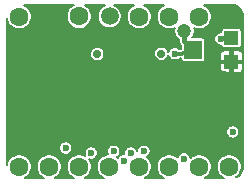
<source format=gtl>
G04 #@! TF.GenerationSoftware,KiCad,Pcbnew,5.1.6-c6e7f7d~87~ubuntu18.04.1*
G04 #@! TF.CreationDate,2020-09-14T18:26:16+02:00*
G04 #@! TF.ProjectId,cooldrv,636f6f6c-6472-4762-9e6b-696361645f70,rev?*
G04 #@! TF.SameCoordinates,Original*
G04 #@! TF.FileFunction,Copper,L1,Top*
G04 #@! TF.FilePolarity,Positive*
%FSLAX46Y46*%
G04 Gerber Fmt 4.6, Leading zero omitted, Abs format (unit mm)*
G04 Created by KiCad (PCBNEW 5.1.6-c6e7f7d~87~ubuntu18.04.1) date 2020-09-14 18:26:16*
%MOMM*%
%LPD*%
G01*
G04 APERTURE LIST*
G04 #@! TA.AperFunction,ComponentPad*
%ADD10C,0.609600*%
G04 #@! TD*
G04 #@! TA.AperFunction,SMDPad,CuDef*
%ADD11R,1.500000X1.600000*%
G04 #@! TD*
G04 #@! TA.AperFunction,SMDPad,CuDef*
%ADD12R,1.200000X1.200000*%
G04 #@! TD*
G04 #@! TA.AperFunction,ViaPad*
%ADD13C,1.600000*%
G04 #@! TD*
G04 #@! TA.AperFunction,ViaPad*
%ADD14C,0.600000*%
G04 #@! TD*
G04 #@! TA.AperFunction,ViaPad*
%ADD15C,0.700000*%
G04 #@! TD*
G04 #@! TA.AperFunction,ViaPad*
%ADD16C,1.200000*%
G04 #@! TD*
G04 #@! TA.AperFunction,ViaPad*
%ADD17C,1.500000*%
G04 #@! TD*
G04 #@! TA.AperFunction,Conductor*
%ADD18C,0.304800*%
G04 #@! TD*
G04 #@! TA.AperFunction,Conductor*
%ADD19C,0.406400*%
G04 #@! TD*
G04 #@! TA.AperFunction,Conductor*
%ADD20C,0.127000*%
G04 #@! TD*
G04 APERTURE END LIST*
D10*
G04 #@! TO.P,U$1,T20*
G04 #@! TO.N,/GND*
X152588600Y-107263600D03*
G04 #@! TO.P,U$1,T19*
X152588600Y-105963600D03*
G04 #@! TO.P,U$1,T18*
X152588600Y-104663600D03*
G04 #@! TO.P,U$1,T15*
X151288600Y-104663600D03*
G04 #@! TO.P,U$1,T16*
X151288600Y-105963600D03*
G04 #@! TO.P,U$1,T17*
X151288600Y-107263600D03*
G04 #@! TO.P,U$1,T14*
X149988600Y-107263600D03*
G04 #@! TO.P,U$1,T13*
X149988600Y-105963600D03*
G04 #@! TO.P,U$1,T12*
X149988600Y-104663600D03*
G04 #@! TO.P,U$1,T0*
X144788600Y-104663600D03*
G04 #@! TO.P,U$1,T2*
X144788600Y-107263600D03*
G04 #@! TO.P,U$1,T1*
X144788600Y-105963600D03*
G04 #@! TO.P,U$1,T3*
X146088600Y-104663600D03*
G04 #@! TO.P,U$1,T5*
X146088600Y-107263600D03*
G04 #@! TO.P,U$1,T4*
X146088600Y-105963600D03*
G04 #@! TO.P,U$1,T6*
X147388600Y-104663600D03*
G04 #@! TO.P,U$1,T8*
X147388600Y-107263600D03*
G04 #@! TO.P,U$1,T7*
X147388600Y-105963600D03*
G04 #@! TO.P,U$1,T9*
X148688600Y-104663600D03*
G04 #@! TO.P,U$1,T11*
X148688600Y-107263600D03*
G04 #@! TO.P,U$1,T10*
X148688600Y-105963600D03*
G04 #@! TD*
D11*
G04 #@! TO.P,U$2,P$3*
G04 #@! TO.N,Net-(U$1-PadP$12)*
X154268600Y-101473600D03*
D12*
G04 #@! TO.P,U$2,P$2*
G04 #@! TO.N,/GND*
X157518600Y-102473600D03*
G04 #@! TO.P,U$2,P$1*
G04 #@! TO.N,Net-(R5-Pad2)*
X157518600Y-100473600D03*
G04 #@! TD*
D13*
G04 #@! TO.N,Net-(U$1-PadP$27)*
X152248600Y-111363600D03*
D14*
X143478600Y-109793600D03*
D13*
G04 #@! TO.N,Net-(U$1-PadP$10)*
X152248600Y-98663600D03*
G04 #@! TO.N,Net-(U$1-PadP$8)*
X149708600Y-98663600D03*
G04 #@! TO.N,Net-(U$1-PadP$21)*
X139548600Y-111363600D03*
G04 #@! TO.N,Net-(U$1-PadP$24)*
X142088600Y-111363600D03*
G04 #@! TO.N,NC*
X154788600Y-98663600D03*
G04 #@! TO.N,Net-(U$1-PadP$25)*
X144628600Y-111363600D03*
G04 #@! TO.N,/GND*
X142088600Y-98663600D03*
D14*
X139773600Y-106863600D03*
X139773600Y-106263600D03*
X140373600Y-106863600D03*
X140373600Y-106263600D03*
X140973600Y-106863600D03*
X140973600Y-106263600D03*
X141573600Y-106263600D03*
X141573600Y-106863600D03*
X142173600Y-106863600D03*
X142173600Y-106263600D03*
X142773600Y-106863600D03*
X142773600Y-106263600D03*
X143373600Y-106863600D03*
X143373600Y-106263600D03*
X153908600Y-103168600D03*
X154508600Y-103168600D03*
X153908600Y-103768600D03*
X154508600Y-103768600D03*
X154508600Y-104368600D03*
X153908600Y-104368600D03*
X156188600Y-102458600D03*
X155108600Y-104368600D03*
X155108600Y-103768600D03*
X155108600Y-103168600D03*
X143373600Y-105663600D03*
X142773600Y-105663600D03*
X142173600Y-105663600D03*
X141573600Y-105663600D03*
X140973600Y-105663600D03*
X140373600Y-105663600D03*
X139773600Y-105663600D03*
X139448600Y-107808600D03*
X140048600Y-107808600D03*
X139448600Y-108408600D03*
X140048600Y-108408600D03*
X139448600Y-109008600D03*
X140048600Y-109008600D03*
X141488600Y-107648600D03*
X140888600Y-107648600D03*
X140888600Y-108248600D03*
X141488600Y-108248600D03*
X153808600Y-105068600D03*
X154408600Y-105068600D03*
X153808600Y-105668600D03*
X156828600Y-104808600D03*
X155708600Y-103168600D03*
X156308600Y-103168600D03*
X155708600Y-103768600D03*
X156308600Y-103768600D03*
X156308600Y-104368600D03*
X155708600Y-104368600D03*
X139153600Y-106923600D03*
X140593600Y-108783600D03*
X139213600Y-105023600D03*
X156848600Y-104148600D03*
X155008600Y-105068600D03*
X142088600Y-108248600D03*
X142088600Y-107648600D03*
X140708600Y-104988600D03*
X140708600Y-104388600D03*
X141308600Y-104388600D03*
X141308600Y-104988600D03*
X142688600Y-107648600D03*
X142688600Y-108248600D03*
X155608600Y-105068600D03*
X155608600Y-105668600D03*
X139553600Y-104463600D03*
X153673600Y-107083600D03*
X139153600Y-106283600D03*
X139193600Y-105683600D03*
X143073600Y-108883600D03*
X140033600Y-105043600D03*
X140588600Y-109448600D03*
X156208600Y-105068600D03*
X143288600Y-108248600D03*
X143288600Y-107648600D03*
X141908600Y-104988600D03*
X141908600Y-104388600D03*
X155588600Y-102458600D03*
X153788600Y-106388600D03*
X156868600Y-103548600D03*
X141228600Y-109128600D03*
X141828600Y-109128600D03*
X142428600Y-109128600D03*
D13*
X157328600Y-98663600D03*
G04 #@! TO.N,Net-(U$1-PadP$22)*
X154788600Y-111363600D03*
G04 #@! TO.N,Net-(U$1-PadP$20)*
X157328600Y-111363600D03*
G04 #@! TO.N,Net-(U$1-PadP$26)*
X147168600Y-111363600D03*
G04 #@! TO.N,Net-(U$1-PadP$18)*
X149708600Y-111363600D03*
G04 #@! TO.N,Net-(C1-Pad2)*
X139548600Y-98663600D03*
D15*
X151563600Y-101808600D03*
X146148600Y-101833600D03*
D14*
X157618600Y-108433600D03*
G04 #@! TO.N,Net-(U$1-PadP$12)*
X152713600Y-101803600D03*
D16*
X153538596Y-99853600D03*
D14*
G04 #@! TO.N,Net-(R5-Pad2)*
X156618600Y-100553600D03*
G04 #@! TO.N,Net-(U$1-PadP$26)*
X145650000Y-110200000D03*
G04 #@! TO.N,Net-(U$1-PadP$24)*
X147548026Y-110063372D03*
G04 #@! TO.N,Net-(U$1-PadP$22)*
X148400000Y-110850000D03*
G04 #@! TO.N,Net-(U$1-PadP$21)*
X148988593Y-110208173D03*
G04 #@! TO.N,Net-(U$1-PadP$20)*
X153500000Y-110700000D03*
X150098772Y-110059394D03*
D17*
G04 #@! TO.N,Net-(U$1-PadP$7)*
X147202662Y-98629538D03*
D13*
G04 #@! TO.N,Net-(U$1-PadP$5)*
X144628600Y-98645190D03*
G04 #@! TD*
D18*
G04 #@! TO.N,Net-(U$1-PadP$12)*
X152713600Y-101803600D02*
X153968600Y-101773600D01*
X153968600Y-101773600D02*
X154268600Y-101473600D01*
D19*
X153538596Y-100743596D02*
X153538596Y-99853600D01*
X154268600Y-101473600D02*
X153538596Y-100743596D01*
D18*
G04 #@! TO.N,Net-(R5-Pad2)*
X157518600Y-100473600D02*
X156698600Y-100473600D01*
X156698600Y-100473600D02*
X156618600Y-100553600D01*
G04 #@! TD*
D20*
G04 #@! TO.N,/GND*
G36*
X144124844Y-97702728D02*
G01*
X143950658Y-97819115D01*
X143802525Y-97967248D01*
X143686138Y-98141434D01*
X143605970Y-98334978D01*
X143565100Y-98540444D01*
X143565100Y-98749936D01*
X143605970Y-98955402D01*
X143686138Y-99148946D01*
X143802525Y-99323132D01*
X143950658Y-99471265D01*
X144124844Y-99587652D01*
X144318388Y-99667820D01*
X144523854Y-99708690D01*
X144733346Y-99708690D01*
X144938812Y-99667820D01*
X145132356Y-99587652D01*
X145306542Y-99471265D01*
X145454675Y-99323132D01*
X145571062Y-99148946D01*
X145651230Y-98955402D01*
X145692100Y-98749936D01*
X145692100Y-98540444D01*
X145651230Y-98334978D01*
X145571062Y-98141434D01*
X145454675Y-97967248D01*
X145306542Y-97819115D01*
X145132356Y-97702728D01*
X145106700Y-97692101D01*
X146817432Y-97692101D01*
X146722590Y-97731386D01*
X146556593Y-97842301D01*
X146415425Y-97983469D01*
X146304510Y-98149466D01*
X146228110Y-98333911D01*
X146189162Y-98529717D01*
X146189162Y-98729359D01*
X146228110Y-98925165D01*
X146304510Y-99109610D01*
X146415425Y-99275607D01*
X146556593Y-99416775D01*
X146722590Y-99527690D01*
X146907035Y-99604090D01*
X147102841Y-99643038D01*
X147302483Y-99643038D01*
X147498289Y-99604090D01*
X147682734Y-99527690D01*
X147848731Y-99416775D01*
X147989899Y-99275607D01*
X148100814Y-99109610D01*
X148177214Y-98925165D01*
X148216162Y-98729359D01*
X148216162Y-98529717D01*
X148177214Y-98333911D01*
X148100814Y-98149466D01*
X147989899Y-97983469D01*
X147848731Y-97842301D01*
X147682734Y-97731386D01*
X147587892Y-97692101D01*
X149274946Y-97692101D01*
X149204844Y-97721138D01*
X149030658Y-97837525D01*
X148882525Y-97985658D01*
X148766138Y-98159844D01*
X148685970Y-98353388D01*
X148645100Y-98558854D01*
X148645100Y-98768346D01*
X148685970Y-98973812D01*
X148766138Y-99167356D01*
X148882525Y-99341542D01*
X149030658Y-99489675D01*
X149204844Y-99606062D01*
X149398388Y-99686230D01*
X149603854Y-99727100D01*
X149813346Y-99727100D01*
X150018812Y-99686230D01*
X150212356Y-99606062D01*
X150386542Y-99489675D01*
X150534675Y-99341542D01*
X150651062Y-99167356D01*
X150731230Y-98973812D01*
X150772100Y-98768346D01*
X150772100Y-98558854D01*
X150731230Y-98353388D01*
X150651062Y-98159844D01*
X150534675Y-97985658D01*
X150386542Y-97837525D01*
X150212356Y-97721138D01*
X150142254Y-97692101D01*
X151814946Y-97692101D01*
X151744844Y-97721138D01*
X151570658Y-97837525D01*
X151422525Y-97985658D01*
X151306138Y-98159844D01*
X151225970Y-98353388D01*
X151185100Y-98558854D01*
X151185100Y-98768346D01*
X151225970Y-98973812D01*
X151306138Y-99167356D01*
X151422525Y-99341542D01*
X151570658Y-99489675D01*
X151744844Y-99606062D01*
X151938388Y-99686230D01*
X152143854Y-99727100D01*
X152353346Y-99727100D01*
X152558812Y-99686230D01*
X152703383Y-99626347D01*
X152675096Y-99768553D01*
X152675096Y-99938647D01*
X152708280Y-100105474D01*
X152773372Y-100262621D01*
X152867872Y-100404049D01*
X152988147Y-100524324D01*
X153071896Y-100580284D01*
X153071896Y-100720680D01*
X153069639Y-100743596D01*
X153071896Y-100766511D01*
X153071896Y-100766521D01*
X153078649Y-100835084D01*
X153105335Y-100923057D01*
X153105336Y-100923058D01*
X153148672Y-101004135D01*
X153175567Y-101036905D01*
X153206993Y-101075199D01*
X153224805Y-101089817D01*
X153253826Y-101118838D01*
X153253826Y-101374668D01*
X153085599Y-101378689D01*
X153072811Y-101365901D01*
X152980518Y-101304232D01*
X152877967Y-101261755D01*
X152769100Y-101240100D01*
X152658100Y-101240100D01*
X152549233Y-101261755D01*
X152446682Y-101304232D01*
X152354389Y-101365901D01*
X152275901Y-101444389D01*
X152214232Y-101536682D01*
X152171755Y-101639233D01*
X152163592Y-101680270D01*
X152153523Y-101629649D01*
X152107276Y-101517999D01*
X152040136Y-101417517D01*
X151954683Y-101332064D01*
X151854201Y-101264924D01*
X151742551Y-101218677D01*
X151624024Y-101195100D01*
X151503176Y-101195100D01*
X151384649Y-101218677D01*
X151272999Y-101264924D01*
X151172517Y-101332064D01*
X151087064Y-101417517D01*
X151019924Y-101517999D01*
X150973677Y-101629649D01*
X150950100Y-101748176D01*
X150950100Y-101869024D01*
X150973677Y-101987551D01*
X151019924Y-102099201D01*
X151087064Y-102199683D01*
X151172517Y-102285136D01*
X151272999Y-102352276D01*
X151384649Y-102398523D01*
X151503176Y-102422100D01*
X151624024Y-102422100D01*
X151742551Y-102398523D01*
X151854201Y-102352276D01*
X151954683Y-102285136D01*
X152040136Y-102199683D01*
X152107276Y-102099201D01*
X152153523Y-101987551D01*
X152164587Y-101931930D01*
X152171755Y-101967967D01*
X152214232Y-102070518D01*
X152275901Y-102162811D01*
X152354389Y-102241299D01*
X152446682Y-102302968D01*
X152549233Y-102345445D01*
X152658100Y-102367100D01*
X152769100Y-102367100D01*
X152877967Y-102345445D01*
X152980518Y-102302968D01*
X153072811Y-102241299D01*
X153103819Y-102210291D01*
X153253826Y-102206705D01*
X153253826Y-102273600D01*
X153258914Y-102325255D01*
X153273981Y-102374925D01*
X153298448Y-102420701D01*
X153331377Y-102460823D01*
X153371499Y-102493752D01*
X153417275Y-102518219D01*
X153466945Y-102533286D01*
X153518600Y-102538374D01*
X155018600Y-102538374D01*
X155070255Y-102533286D01*
X155119925Y-102518219D01*
X155165701Y-102493752D01*
X155205823Y-102460823D01*
X155238752Y-102420701D01*
X155263219Y-102374925D01*
X155278286Y-102325255D01*
X155283374Y-102273600D01*
X155283374Y-101873600D01*
X156549322Y-101873600D01*
X156551100Y-102293225D01*
X156642975Y-102385100D01*
X157430100Y-102385100D01*
X157430100Y-101597975D01*
X157607100Y-101597975D01*
X157607100Y-102385100D01*
X158394225Y-102385100D01*
X158486100Y-102293225D01*
X158487878Y-101873600D01*
X158480782Y-101801557D01*
X158459768Y-101732283D01*
X158425643Y-101668440D01*
X158379719Y-101612481D01*
X158323760Y-101566557D01*
X158259917Y-101532432D01*
X158190643Y-101511418D01*
X158118600Y-101504322D01*
X157698975Y-101506100D01*
X157607100Y-101597975D01*
X157430100Y-101597975D01*
X157338225Y-101506100D01*
X156918600Y-101504322D01*
X156846557Y-101511418D01*
X156777283Y-101532432D01*
X156713440Y-101566557D01*
X156657481Y-101612481D01*
X156611557Y-101668440D01*
X156577432Y-101732283D01*
X156556418Y-101801557D01*
X156549322Y-101873600D01*
X155283374Y-101873600D01*
X155283374Y-100673600D01*
X155278286Y-100621945D01*
X155263219Y-100572275D01*
X155238752Y-100526499D01*
X155215445Y-100498100D01*
X156055100Y-100498100D01*
X156055100Y-100609100D01*
X156076755Y-100717967D01*
X156119232Y-100820518D01*
X156180901Y-100912811D01*
X156259389Y-100991299D01*
X156351682Y-101052968D01*
X156454233Y-101095445D01*
X156563100Y-101117100D01*
X156658111Y-101117100D01*
X156658914Y-101125255D01*
X156673981Y-101174925D01*
X156698448Y-101220701D01*
X156731377Y-101260823D01*
X156771499Y-101293752D01*
X156817275Y-101318219D01*
X156866945Y-101333286D01*
X156918600Y-101338374D01*
X158118600Y-101338374D01*
X158170255Y-101333286D01*
X158219925Y-101318219D01*
X158265701Y-101293752D01*
X158305823Y-101260823D01*
X158338752Y-101220701D01*
X158363219Y-101174925D01*
X158378286Y-101125255D01*
X158383374Y-101073600D01*
X158383374Y-99873600D01*
X158378286Y-99821945D01*
X158363219Y-99772275D01*
X158338752Y-99726499D01*
X158305823Y-99686377D01*
X158265701Y-99653448D01*
X158219925Y-99628981D01*
X158170255Y-99613914D01*
X158118600Y-99608826D01*
X156918600Y-99608826D01*
X156866945Y-99613914D01*
X156817275Y-99628981D01*
X156771499Y-99653448D01*
X156731377Y-99686377D01*
X156698448Y-99726499D01*
X156673981Y-99772275D01*
X156658914Y-99821945D01*
X156653826Y-99873600D01*
X156653826Y-99990100D01*
X156563100Y-99990100D01*
X156454233Y-100011755D01*
X156351682Y-100054232D01*
X156259389Y-100115901D01*
X156180901Y-100194389D01*
X156119232Y-100286682D01*
X156076755Y-100389233D01*
X156055100Y-100498100D01*
X155215445Y-100498100D01*
X155205823Y-100486377D01*
X155165701Y-100453448D01*
X155119925Y-100428981D01*
X155070255Y-100413914D01*
X155018600Y-100408826D01*
X154204543Y-100408826D01*
X154209320Y-100404049D01*
X154303820Y-100262621D01*
X154368912Y-100105474D01*
X154402096Y-99938647D01*
X154402096Y-99768553D01*
X154377400Y-99644400D01*
X154478388Y-99686230D01*
X154683854Y-99727100D01*
X154893346Y-99727100D01*
X155098812Y-99686230D01*
X155292356Y-99606062D01*
X155466542Y-99489675D01*
X155614675Y-99341542D01*
X155731062Y-99167356D01*
X155811230Y-98973812D01*
X155852100Y-98768346D01*
X155852100Y-98558854D01*
X155811230Y-98353388D01*
X155731062Y-98159844D01*
X155614675Y-97985658D01*
X155466542Y-97837525D01*
X155292356Y-97721138D01*
X155222254Y-97692101D01*
X157599268Y-97692101D01*
X157780562Y-97709877D01*
X157950782Y-97761269D01*
X158107783Y-97844748D01*
X158245573Y-97957126D01*
X158358915Y-98094133D01*
X158443487Y-98250545D01*
X158496066Y-98420403D01*
X158515091Y-98601412D01*
X158515100Y-98603904D01*
X158515099Y-111399268D01*
X158497323Y-111580561D01*
X158445930Y-111750783D01*
X158362451Y-111907785D01*
X158250074Y-112045573D01*
X158113067Y-112158915D01*
X157956655Y-112243487D01*
X157899553Y-112261162D01*
X158006542Y-112189675D01*
X158154675Y-112041542D01*
X158271062Y-111867356D01*
X158351230Y-111673812D01*
X158392100Y-111468346D01*
X158392100Y-111258854D01*
X158351230Y-111053388D01*
X158271062Y-110859844D01*
X158154675Y-110685658D01*
X158006542Y-110537525D01*
X157832356Y-110421138D01*
X157638812Y-110340970D01*
X157433346Y-110300100D01*
X157223854Y-110300100D01*
X157018388Y-110340970D01*
X156824844Y-110421138D01*
X156650658Y-110537525D01*
X156502525Y-110685658D01*
X156386138Y-110859844D01*
X156305970Y-111053388D01*
X156265100Y-111258854D01*
X156265100Y-111468346D01*
X156305970Y-111673812D01*
X156386138Y-111867356D01*
X156502525Y-112041542D01*
X156650658Y-112189675D01*
X156824844Y-112306062D01*
X156846661Y-112315099D01*
X155270539Y-112315099D01*
X155292356Y-112306062D01*
X155466542Y-112189675D01*
X155614675Y-112041542D01*
X155731062Y-111867356D01*
X155811230Y-111673812D01*
X155852100Y-111468346D01*
X155852100Y-111258854D01*
X155811230Y-111053388D01*
X155731062Y-110859844D01*
X155614675Y-110685658D01*
X155466542Y-110537525D01*
X155292356Y-110421138D01*
X155098812Y-110340970D01*
X154893346Y-110300100D01*
X154683854Y-110300100D01*
X154478388Y-110340970D01*
X154284844Y-110421138D01*
X154110658Y-110537525D01*
X154053576Y-110594607D01*
X154041845Y-110535633D01*
X153999368Y-110433082D01*
X153937699Y-110340789D01*
X153859211Y-110262301D01*
X153766918Y-110200632D01*
X153664367Y-110158155D01*
X153555500Y-110136500D01*
X153444500Y-110136500D01*
X153335633Y-110158155D01*
X153233082Y-110200632D01*
X153140789Y-110262301D01*
X153062301Y-110340789D01*
X153000632Y-110433082D01*
X152958155Y-110535633D01*
X152952596Y-110563579D01*
X152926542Y-110537525D01*
X152752356Y-110421138D01*
X152558812Y-110340970D01*
X152353346Y-110300100D01*
X152143854Y-110300100D01*
X151938388Y-110340970D01*
X151744844Y-110421138D01*
X151570658Y-110537525D01*
X151422525Y-110685658D01*
X151306138Y-110859844D01*
X151225970Y-111053388D01*
X151185100Y-111258854D01*
X151185100Y-111468346D01*
X151225970Y-111673812D01*
X151306138Y-111867356D01*
X151422525Y-112041542D01*
X151570658Y-112189675D01*
X151744844Y-112306062D01*
X151766661Y-112315099D01*
X150190539Y-112315099D01*
X150212356Y-112306062D01*
X150386542Y-112189675D01*
X150534675Y-112041542D01*
X150651062Y-111867356D01*
X150731230Y-111673812D01*
X150772100Y-111468346D01*
X150772100Y-111258854D01*
X150731230Y-111053388D01*
X150651062Y-110859844D01*
X150534675Y-110685658D01*
X150390920Y-110541903D01*
X150457983Y-110497093D01*
X150536471Y-110418605D01*
X150598140Y-110326312D01*
X150640617Y-110223761D01*
X150662272Y-110114894D01*
X150662272Y-110003894D01*
X150640617Y-109895027D01*
X150598140Y-109792476D01*
X150536471Y-109700183D01*
X150457983Y-109621695D01*
X150365690Y-109560026D01*
X150263139Y-109517549D01*
X150154272Y-109495894D01*
X150043272Y-109495894D01*
X149934405Y-109517549D01*
X149831854Y-109560026D01*
X149739561Y-109621695D01*
X149661073Y-109700183D01*
X149599404Y-109792476D01*
X149556927Y-109895027D01*
X149535272Y-110003894D01*
X149535272Y-110068108D01*
X149530438Y-110043806D01*
X149487961Y-109941255D01*
X149426292Y-109848962D01*
X149347804Y-109770474D01*
X149255511Y-109708805D01*
X149152960Y-109666328D01*
X149044093Y-109644673D01*
X148933093Y-109644673D01*
X148824226Y-109666328D01*
X148721675Y-109708805D01*
X148629382Y-109770474D01*
X148550894Y-109848962D01*
X148489225Y-109941255D01*
X148446748Y-110043806D01*
X148425093Y-110152673D01*
X148425093Y-110263673D01*
X148429634Y-110286500D01*
X148344500Y-110286500D01*
X148235633Y-110308155D01*
X148133082Y-110350632D01*
X148040789Y-110412301D01*
X147962301Y-110490789D01*
X147900632Y-110583082D01*
X147898133Y-110589116D01*
X147849001Y-110539984D01*
X147907237Y-110501071D01*
X147985725Y-110422583D01*
X148047394Y-110330290D01*
X148089871Y-110227739D01*
X148111526Y-110118872D01*
X148111526Y-110007872D01*
X148089871Y-109899005D01*
X148047394Y-109796454D01*
X147985725Y-109704161D01*
X147907237Y-109625673D01*
X147814944Y-109564004D01*
X147712393Y-109521527D01*
X147603526Y-109499872D01*
X147492526Y-109499872D01*
X147383659Y-109521527D01*
X147281108Y-109564004D01*
X147188815Y-109625673D01*
X147110327Y-109704161D01*
X147048658Y-109796454D01*
X147006181Y-109899005D01*
X146984526Y-110007872D01*
X146984526Y-110118872D01*
X147006181Y-110227739D01*
X147038262Y-110305191D01*
X146858388Y-110340970D01*
X146664844Y-110421138D01*
X146490658Y-110537525D01*
X146342525Y-110685658D01*
X146226138Y-110859844D01*
X146145970Y-111053388D01*
X146105100Y-111258854D01*
X146105100Y-111468346D01*
X146145970Y-111673812D01*
X146226138Y-111867356D01*
X146342525Y-112041542D01*
X146490658Y-112189675D01*
X146664844Y-112306062D01*
X146686661Y-112315099D01*
X145110539Y-112315099D01*
X145132356Y-112306062D01*
X145306542Y-112189675D01*
X145454675Y-112041542D01*
X145571062Y-111867356D01*
X145651230Y-111673812D01*
X145692100Y-111468346D01*
X145692100Y-111258854D01*
X145651230Y-111053388D01*
X145571062Y-110859844D01*
X145493227Y-110743356D01*
X145594500Y-110763500D01*
X145705500Y-110763500D01*
X145814367Y-110741845D01*
X145916918Y-110699368D01*
X146009211Y-110637699D01*
X146087699Y-110559211D01*
X146149368Y-110466918D01*
X146191845Y-110364367D01*
X146213500Y-110255500D01*
X146213500Y-110144500D01*
X146191845Y-110035633D01*
X146149368Y-109933082D01*
X146087699Y-109840789D01*
X146009211Y-109762301D01*
X145916918Y-109700632D01*
X145814367Y-109658155D01*
X145705500Y-109636500D01*
X145594500Y-109636500D01*
X145485633Y-109658155D01*
X145383082Y-109700632D01*
X145290789Y-109762301D01*
X145212301Y-109840789D01*
X145150632Y-109933082D01*
X145108155Y-110035633D01*
X145086500Y-110144500D01*
X145086500Y-110255500D01*
X145108155Y-110364367D01*
X145131528Y-110420795D01*
X144938812Y-110340970D01*
X144733346Y-110300100D01*
X144523854Y-110300100D01*
X144318388Y-110340970D01*
X144124844Y-110421138D01*
X143950658Y-110537525D01*
X143802525Y-110685658D01*
X143686138Y-110859844D01*
X143605970Y-111053388D01*
X143565100Y-111258854D01*
X143565100Y-111468346D01*
X143605970Y-111673812D01*
X143686138Y-111867356D01*
X143802525Y-112041542D01*
X143950658Y-112189675D01*
X144124844Y-112306062D01*
X144146661Y-112315099D01*
X142570539Y-112315099D01*
X142592356Y-112306062D01*
X142766542Y-112189675D01*
X142914675Y-112041542D01*
X143031062Y-111867356D01*
X143111230Y-111673812D01*
X143152100Y-111468346D01*
X143152100Y-111258854D01*
X143111230Y-111053388D01*
X143031062Y-110859844D01*
X142914675Y-110685658D01*
X142766542Y-110537525D01*
X142592356Y-110421138D01*
X142398812Y-110340970D01*
X142193346Y-110300100D01*
X141983854Y-110300100D01*
X141778388Y-110340970D01*
X141584844Y-110421138D01*
X141410658Y-110537525D01*
X141262525Y-110685658D01*
X141146138Y-110859844D01*
X141065970Y-111053388D01*
X141025100Y-111258854D01*
X141025100Y-111468346D01*
X141065970Y-111673812D01*
X141146138Y-111867356D01*
X141262525Y-112041542D01*
X141410658Y-112189675D01*
X141584844Y-112306062D01*
X141606661Y-112315099D01*
X140030539Y-112315099D01*
X140052356Y-112306062D01*
X140226542Y-112189675D01*
X140374675Y-112041542D01*
X140491062Y-111867356D01*
X140571230Y-111673812D01*
X140612100Y-111468346D01*
X140612100Y-111258854D01*
X140571230Y-111053388D01*
X140491062Y-110859844D01*
X140374675Y-110685658D01*
X140226542Y-110537525D01*
X140052356Y-110421138D01*
X139858812Y-110340970D01*
X139653346Y-110300100D01*
X139443854Y-110300100D01*
X139238388Y-110340970D01*
X139044844Y-110421138D01*
X138870658Y-110537525D01*
X138722525Y-110685658D01*
X138606138Y-110859844D01*
X138525970Y-111053388D01*
X138487101Y-111248794D01*
X138487101Y-109738100D01*
X142915100Y-109738100D01*
X142915100Y-109849100D01*
X142936755Y-109957967D01*
X142979232Y-110060518D01*
X143040901Y-110152811D01*
X143119389Y-110231299D01*
X143211682Y-110292968D01*
X143314233Y-110335445D01*
X143423100Y-110357100D01*
X143534100Y-110357100D01*
X143642967Y-110335445D01*
X143745518Y-110292968D01*
X143837811Y-110231299D01*
X143916299Y-110152811D01*
X143977968Y-110060518D01*
X144020445Y-109957967D01*
X144042100Y-109849100D01*
X144042100Y-109738100D01*
X144020445Y-109629233D01*
X143977968Y-109526682D01*
X143916299Y-109434389D01*
X143837811Y-109355901D01*
X143745518Y-109294232D01*
X143642967Y-109251755D01*
X143534100Y-109230100D01*
X143423100Y-109230100D01*
X143314233Y-109251755D01*
X143211682Y-109294232D01*
X143119389Y-109355901D01*
X143040901Y-109434389D01*
X142979232Y-109526682D01*
X142936755Y-109629233D01*
X142915100Y-109738100D01*
X138487101Y-109738100D01*
X138487101Y-108378100D01*
X157055100Y-108378100D01*
X157055100Y-108489100D01*
X157076755Y-108597967D01*
X157119232Y-108700518D01*
X157180901Y-108792811D01*
X157259389Y-108871299D01*
X157351682Y-108932968D01*
X157454233Y-108975445D01*
X157563100Y-108997100D01*
X157674100Y-108997100D01*
X157782967Y-108975445D01*
X157885518Y-108932968D01*
X157977811Y-108871299D01*
X158056299Y-108792811D01*
X158117968Y-108700518D01*
X158160445Y-108597967D01*
X158182100Y-108489100D01*
X158182100Y-108378100D01*
X158160445Y-108269233D01*
X158117968Y-108166682D01*
X158056299Y-108074389D01*
X157977811Y-107995901D01*
X157885518Y-107934232D01*
X157782967Y-107891755D01*
X157674100Y-107870100D01*
X157563100Y-107870100D01*
X157454233Y-107891755D01*
X157351682Y-107934232D01*
X157259389Y-107995901D01*
X157180901Y-108074389D01*
X157119232Y-108166682D01*
X157076755Y-108269233D01*
X157055100Y-108378100D01*
X138487101Y-108378100D01*
X138487101Y-103073600D01*
X156549322Y-103073600D01*
X156556418Y-103145643D01*
X156577432Y-103214917D01*
X156611557Y-103278760D01*
X156657481Y-103334719D01*
X156713440Y-103380643D01*
X156777283Y-103414768D01*
X156846557Y-103435782D01*
X156918600Y-103442878D01*
X157338225Y-103441100D01*
X157430100Y-103349225D01*
X157430100Y-102562100D01*
X157607100Y-102562100D01*
X157607100Y-103349225D01*
X157698975Y-103441100D01*
X158118600Y-103442878D01*
X158190643Y-103435782D01*
X158259917Y-103414768D01*
X158323760Y-103380643D01*
X158379719Y-103334719D01*
X158425643Y-103278760D01*
X158459768Y-103214917D01*
X158480782Y-103145643D01*
X158487878Y-103073600D01*
X158486100Y-102653975D01*
X158394225Y-102562100D01*
X157607100Y-102562100D01*
X157430100Y-102562100D01*
X156642975Y-102562100D01*
X156551100Y-102653975D01*
X156549322Y-103073600D01*
X138487101Y-103073600D01*
X138487101Y-101773176D01*
X145535100Y-101773176D01*
X145535100Y-101894024D01*
X145558677Y-102012551D01*
X145604924Y-102124201D01*
X145672064Y-102224683D01*
X145757517Y-102310136D01*
X145857999Y-102377276D01*
X145969649Y-102423523D01*
X146088176Y-102447100D01*
X146209024Y-102447100D01*
X146327551Y-102423523D01*
X146439201Y-102377276D01*
X146539683Y-102310136D01*
X146625136Y-102224683D01*
X146692276Y-102124201D01*
X146738523Y-102012551D01*
X146762100Y-101894024D01*
X146762100Y-101773176D01*
X146738523Y-101654649D01*
X146692276Y-101542999D01*
X146625136Y-101442517D01*
X146539683Y-101357064D01*
X146439201Y-101289924D01*
X146327551Y-101243677D01*
X146209024Y-101220100D01*
X146088176Y-101220100D01*
X145969649Y-101243677D01*
X145857999Y-101289924D01*
X145757517Y-101357064D01*
X145672064Y-101442517D01*
X145604924Y-101542999D01*
X145558677Y-101654649D01*
X145535100Y-101773176D01*
X138487101Y-101773176D01*
X138487101Y-98778406D01*
X138525970Y-98973812D01*
X138606138Y-99167356D01*
X138722525Y-99341542D01*
X138870658Y-99489675D01*
X139044844Y-99606062D01*
X139238388Y-99686230D01*
X139443854Y-99727100D01*
X139653346Y-99727100D01*
X139858812Y-99686230D01*
X140052356Y-99606062D01*
X140226542Y-99489675D01*
X140374675Y-99341542D01*
X140491062Y-99167356D01*
X140571230Y-98973812D01*
X140612100Y-98768346D01*
X140612100Y-98558854D01*
X140571230Y-98353388D01*
X140491062Y-98159844D01*
X140374675Y-97985658D01*
X140226542Y-97837525D01*
X140052356Y-97721138D01*
X139982254Y-97692101D01*
X144150500Y-97692101D01*
X144124844Y-97702728D01*
G37*
X144124844Y-97702728D02*
X143950658Y-97819115D01*
X143802525Y-97967248D01*
X143686138Y-98141434D01*
X143605970Y-98334978D01*
X143565100Y-98540444D01*
X143565100Y-98749936D01*
X143605970Y-98955402D01*
X143686138Y-99148946D01*
X143802525Y-99323132D01*
X143950658Y-99471265D01*
X144124844Y-99587652D01*
X144318388Y-99667820D01*
X144523854Y-99708690D01*
X144733346Y-99708690D01*
X144938812Y-99667820D01*
X145132356Y-99587652D01*
X145306542Y-99471265D01*
X145454675Y-99323132D01*
X145571062Y-99148946D01*
X145651230Y-98955402D01*
X145692100Y-98749936D01*
X145692100Y-98540444D01*
X145651230Y-98334978D01*
X145571062Y-98141434D01*
X145454675Y-97967248D01*
X145306542Y-97819115D01*
X145132356Y-97702728D01*
X145106700Y-97692101D01*
X146817432Y-97692101D01*
X146722590Y-97731386D01*
X146556593Y-97842301D01*
X146415425Y-97983469D01*
X146304510Y-98149466D01*
X146228110Y-98333911D01*
X146189162Y-98529717D01*
X146189162Y-98729359D01*
X146228110Y-98925165D01*
X146304510Y-99109610D01*
X146415425Y-99275607D01*
X146556593Y-99416775D01*
X146722590Y-99527690D01*
X146907035Y-99604090D01*
X147102841Y-99643038D01*
X147302483Y-99643038D01*
X147498289Y-99604090D01*
X147682734Y-99527690D01*
X147848731Y-99416775D01*
X147989899Y-99275607D01*
X148100814Y-99109610D01*
X148177214Y-98925165D01*
X148216162Y-98729359D01*
X148216162Y-98529717D01*
X148177214Y-98333911D01*
X148100814Y-98149466D01*
X147989899Y-97983469D01*
X147848731Y-97842301D01*
X147682734Y-97731386D01*
X147587892Y-97692101D01*
X149274946Y-97692101D01*
X149204844Y-97721138D01*
X149030658Y-97837525D01*
X148882525Y-97985658D01*
X148766138Y-98159844D01*
X148685970Y-98353388D01*
X148645100Y-98558854D01*
X148645100Y-98768346D01*
X148685970Y-98973812D01*
X148766138Y-99167356D01*
X148882525Y-99341542D01*
X149030658Y-99489675D01*
X149204844Y-99606062D01*
X149398388Y-99686230D01*
X149603854Y-99727100D01*
X149813346Y-99727100D01*
X150018812Y-99686230D01*
X150212356Y-99606062D01*
X150386542Y-99489675D01*
X150534675Y-99341542D01*
X150651062Y-99167356D01*
X150731230Y-98973812D01*
X150772100Y-98768346D01*
X150772100Y-98558854D01*
X150731230Y-98353388D01*
X150651062Y-98159844D01*
X150534675Y-97985658D01*
X150386542Y-97837525D01*
X150212356Y-97721138D01*
X150142254Y-97692101D01*
X151814946Y-97692101D01*
X151744844Y-97721138D01*
X151570658Y-97837525D01*
X151422525Y-97985658D01*
X151306138Y-98159844D01*
X151225970Y-98353388D01*
X151185100Y-98558854D01*
X151185100Y-98768346D01*
X151225970Y-98973812D01*
X151306138Y-99167356D01*
X151422525Y-99341542D01*
X151570658Y-99489675D01*
X151744844Y-99606062D01*
X151938388Y-99686230D01*
X152143854Y-99727100D01*
X152353346Y-99727100D01*
X152558812Y-99686230D01*
X152703383Y-99626347D01*
X152675096Y-99768553D01*
X152675096Y-99938647D01*
X152708280Y-100105474D01*
X152773372Y-100262621D01*
X152867872Y-100404049D01*
X152988147Y-100524324D01*
X153071896Y-100580284D01*
X153071896Y-100720680D01*
X153069639Y-100743596D01*
X153071896Y-100766511D01*
X153071896Y-100766521D01*
X153078649Y-100835084D01*
X153105335Y-100923057D01*
X153105336Y-100923058D01*
X153148672Y-101004135D01*
X153175567Y-101036905D01*
X153206993Y-101075199D01*
X153224805Y-101089817D01*
X153253826Y-101118838D01*
X153253826Y-101374668D01*
X153085599Y-101378689D01*
X153072811Y-101365901D01*
X152980518Y-101304232D01*
X152877967Y-101261755D01*
X152769100Y-101240100D01*
X152658100Y-101240100D01*
X152549233Y-101261755D01*
X152446682Y-101304232D01*
X152354389Y-101365901D01*
X152275901Y-101444389D01*
X152214232Y-101536682D01*
X152171755Y-101639233D01*
X152163592Y-101680270D01*
X152153523Y-101629649D01*
X152107276Y-101517999D01*
X152040136Y-101417517D01*
X151954683Y-101332064D01*
X151854201Y-101264924D01*
X151742551Y-101218677D01*
X151624024Y-101195100D01*
X151503176Y-101195100D01*
X151384649Y-101218677D01*
X151272999Y-101264924D01*
X151172517Y-101332064D01*
X151087064Y-101417517D01*
X151019924Y-101517999D01*
X150973677Y-101629649D01*
X150950100Y-101748176D01*
X150950100Y-101869024D01*
X150973677Y-101987551D01*
X151019924Y-102099201D01*
X151087064Y-102199683D01*
X151172517Y-102285136D01*
X151272999Y-102352276D01*
X151384649Y-102398523D01*
X151503176Y-102422100D01*
X151624024Y-102422100D01*
X151742551Y-102398523D01*
X151854201Y-102352276D01*
X151954683Y-102285136D01*
X152040136Y-102199683D01*
X152107276Y-102099201D01*
X152153523Y-101987551D01*
X152164587Y-101931930D01*
X152171755Y-101967967D01*
X152214232Y-102070518D01*
X152275901Y-102162811D01*
X152354389Y-102241299D01*
X152446682Y-102302968D01*
X152549233Y-102345445D01*
X152658100Y-102367100D01*
X152769100Y-102367100D01*
X152877967Y-102345445D01*
X152980518Y-102302968D01*
X153072811Y-102241299D01*
X153103819Y-102210291D01*
X153253826Y-102206705D01*
X153253826Y-102273600D01*
X153258914Y-102325255D01*
X153273981Y-102374925D01*
X153298448Y-102420701D01*
X153331377Y-102460823D01*
X153371499Y-102493752D01*
X153417275Y-102518219D01*
X153466945Y-102533286D01*
X153518600Y-102538374D01*
X155018600Y-102538374D01*
X155070255Y-102533286D01*
X155119925Y-102518219D01*
X155165701Y-102493752D01*
X155205823Y-102460823D01*
X155238752Y-102420701D01*
X155263219Y-102374925D01*
X155278286Y-102325255D01*
X155283374Y-102273600D01*
X155283374Y-101873600D01*
X156549322Y-101873600D01*
X156551100Y-102293225D01*
X156642975Y-102385100D01*
X157430100Y-102385100D01*
X157430100Y-101597975D01*
X157607100Y-101597975D01*
X157607100Y-102385100D01*
X158394225Y-102385100D01*
X158486100Y-102293225D01*
X158487878Y-101873600D01*
X158480782Y-101801557D01*
X158459768Y-101732283D01*
X158425643Y-101668440D01*
X158379719Y-101612481D01*
X158323760Y-101566557D01*
X158259917Y-101532432D01*
X158190643Y-101511418D01*
X158118600Y-101504322D01*
X157698975Y-101506100D01*
X157607100Y-101597975D01*
X157430100Y-101597975D01*
X157338225Y-101506100D01*
X156918600Y-101504322D01*
X156846557Y-101511418D01*
X156777283Y-101532432D01*
X156713440Y-101566557D01*
X156657481Y-101612481D01*
X156611557Y-101668440D01*
X156577432Y-101732283D01*
X156556418Y-101801557D01*
X156549322Y-101873600D01*
X155283374Y-101873600D01*
X155283374Y-100673600D01*
X155278286Y-100621945D01*
X155263219Y-100572275D01*
X155238752Y-100526499D01*
X155215445Y-100498100D01*
X156055100Y-100498100D01*
X156055100Y-100609100D01*
X156076755Y-100717967D01*
X156119232Y-100820518D01*
X156180901Y-100912811D01*
X156259389Y-100991299D01*
X156351682Y-101052968D01*
X156454233Y-101095445D01*
X156563100Y-101117100D01*
X156658111Y-101117100D01*
X156658914Y-101125255D01*
X156673981Y-101174925D01*
X156698448Y-101220701D01*
X156731377Y-101260823D01*
X156771499Y-101293752D01*
X156817275Y-101318219D01*
X156866945Y-101333286D01*
X156918600Y-101338374D01*
X158118600Y-101338374D01*
X158170255Y-101333286D01*
X158219925Y-101318219D01*
X158265701Y-101293752D01*
X158305823Y-101260823D01*
X158338752Y-101220701D01*
X158363219Y-101174925D01*
X158378286Y-101125255D01*
X158383374Y-101073600D01*
X158383374Y-99873600D01*
X158378286Y-99821945D01*
X158363219Y-99772275D01*
X158338752Y-99726499D01*
X158305823Y-99686377D01*
X158265701Y-99653448D01*
X158219925Y-99628981D01*
X158170255Y-99613914D01*
X158118600Y-99608826D01*
X156918600Y-99608826D01*
X156866945Y-99613914D01*
X156817275Y-99628981D01*
X156771499Y-99653448D01*
X156731377Y-99686377D01*
X156698448Y-99726499D01*
X156673981Y-99772275D01*
X156658914Y-99821945D01*
X156653826Y-99873600D01*
X156653826Y-99990100D01*
X156563100Y-99990100D01*
X156454233Y-100011755D01*
X156351682Y-100054232D01*
X156259389Y-100115901D01*
X156180901Y-100194389D01*
X156119232Y-100286682D01*
X156076755Y-100389233D01*
X156055100Y-100498100D01*
X155215445Y-100498100D01*
X155205823Y-100486377D01*
X155165701Y-100453448D01*
X155119925Y-100428981D01*
X155070255Y-100413914D01*
X155018600Y-100408826D01*
X154204543Y-100408826D01*
X154209320Y-100404049D01*
X154303820Y-100262621D01*
X154368912Y-100105474D01*
X154402096Y-99938647D01*
X154402096Y-99768553D01*
X154377400Y-99644400D01*
X154478388Y-99686230D01*
X154683854Y-99727100D01*
X154893346Y-99727100D01*
X155098812Y-99686230D01*
X155292356Y-99606062D01*
X155466542Y-99489675D01*
X155614675Y-99341542D01*
X155731062Y-99167356D01*
X155811230Y-98973812D01*
X155852100Y-98768346D01*
X155852100Y-98558854D01*
X155811230Y-98353388D01*
X155731062Y-98159844D01*
X155614675Y-97985658D01*
X155466542Y-97837525D01*
X155292356Y-97721138D01*
X155222254Y-97692101D01*
X157599268Y-97692101D01*
X157780562Y-97709877D01*
X157950782Y-97761269D01*
X158107783Y-97844748D01*
X158245573Y-97957126D01*
X158358915Y-98094133D01*
X158443487Y-98250545D01*
X158496066Y-98420403D01*
X158515091Y-98601412D01*
X158515100Y-98603904D01*
X158515099Y-111399268D01*
X158497323Y-111580561D01*
X158445930Y-111750783D01*
X158362451Y-111907785D01*
X158250074Y-112045573D01*
X158113067Y-112158915D01*
X157956655Y-112243487D01*
X157899553Y-112261162D01*
X158006542Y-112189675D01*
X158154675Y-112041542D01*
X158271062Y-111867356D01*
X158351230Y-111673812D01*
X158392100Y-111468346D01*
X158392100Y-111258854D01*
X158351230Y-111053388D01*
X158271062Y-110859844D01*
X158154675Y-110685658D01*
X158006542Y-110537525D01*
X157832356Y-110421138D01*
X157638812Y-110340970D01*
X157433346Y-110300100D01*
X157223854Y-110300100D01*
X157018388Y-110340970D01*
X156824844Y-110421138D01*
X156650658Y-110537525D01*
X156502525Y-110685658D01*
X156386138Y-110859844D01*
X156305970Y-111053388D01*
X156265100Y-111258854D01*
X156265100Y-111468346D01*
X156305970Y-111673812D01*
X156386138Y-111867356D01*
X156502525Y-112041542D01*
X156650658Y-112189675D01*
X156824844Y-112306062D01*
X156846661Y-112315099D01*
X155270539Y-112315099D01*
X155292356Y-112306062D01*
X155466542Y-112189675D01*
X155614675Y-112041542D01*
X155731062Y-111867356D01*
X155811230Y-111673812D01*
X155852100Y-111468346D01*
X155852100Y-111258854D01*
X155811230Y-111053388D01*
X155731062Y-110859844D01*
X155614675Y-110685658D01*
X155466542Y-110537525D01*
X155292356Y-110421138D01*
X155098812Y-110340970D01*
X154893346Y-110300100D01*
X154683854Y-110300100D01*
X154478388Y-110340970D01*
X154284844Y-110421138D01*
X154110658Y-110537525D01*
X154053576Y-110594607D01*
X154041845Y-110535633D01*
X153999368Y-110433082D01*
X153937699Y-110340789D01*
X153859211Y-110262301D01*
X153766918Y-110200632D01*
X153664367Y-110158155D01*
X153555500Y-110136500D01*
X153444500Y-110136500D01*
X153335633Y-110158155D01*
X153233082Y-110200632D01*
X153140789Y-110262301D01*
X153062301Y-110340789D01*
X153000632Y-110433082D01*
X152958155Y-110535633D01*
X152952596Y-110563579D01*
X152926542Y-110537525D01*
X152752356Y-110421138D01*
X152558812Y-110340970D01*
X152353346Y-110300100D01*
X152143854Y-110300100D01*
X151938388Y-110340970D01*
X151744844Y-110421138D01*
X151570658Y-110537525D01*
X151422525Y-110685658D01*
X151306138Y-110859844D01*
X151225970Y-111053388D01*
X151185100Y-111258854D01*
X151185100Y-111468346D01*
X151225970Y-111673812D01*
X151306138Y-111867356D01*
X151422525Y-112041542D01*
X151570658Y-112189675D01*
X151744844Y-112306062D01*
X151766661Y-112315099D01*
X150190539Y-112315099D01*
X150212356Y-112306062D01*
X150386542Y-112189675D01*
X150534675Y-112041542D01*
X150651062Y-111867356D01*
X150731230Y-111673812D01*
X150772100Y-111468346D01*
X150772100Y-111258854D01*
X150731230Y-111053388D01*
X150651062Y-110859844D01*
X150534675Y-110685658D01*
X150390920Y-110541903D01*
X150457983Y-110497093D01*
X150536471Y-110418605D01*
X150598140Y-110326312D01*
X150640617Y-110223761D01*
X150662272Y-110114894D01*
X150662272Y-110003894D01*
X150640617Y-109895027D01*
X150598140Y-109792476D01*
X150536471Y-109700183D01*
X150457983Y-109621695D01*
X150365690Y-109560026D01*
X150263139Y-109517549D01*
X150154272Y-109495894D01*
X150043272Y-109495894D01*
X149934405Y-109517549D01*
X149831854Y-109560026D01*
X149739561Y-109621695D01*
X149661073Y-109700183D01*
X149599404Y-109792476D01*
X149556927Y-109895027D01*
X149535272Y-110003894D01*
X149535272Y-110068108D01*
X149530438Y-110043806D01*
X149487961Y-109941255D01*
X149426292Y-109848962D01*
X149347804Y-109770474D01*
X149255511Y-109708805D01*
X149152960Y-109666328D01*
X149044093Y-109644673D01*
X148933093Y-109644673D01*
X148824226Y-109666328D01*
X148721675Y-109708805D01*
X148629382Y-109770474D01*
X148550894Y-109848962D01*
X148489225Y-109941255D01*
X148446748Y-110043806D01*
X148425093Y-110152673D01*
X148425093Y-110263673D01*
X148429634Y-110286500D01*
X148344500Y-110286500D01*
X148235633Y-110308155D01*
X148133082Y-110350632D01*
X148040789Y-110412301D01*
X147962301Y-110490789D01*
X147900632Y-110583082D01*
X147898133Y-110589116D01*
X147849001Y-110539984D01*
X147907237Y-110501071D01*
X147985725Y-110422583D01*
X148047394Y-110330290D01*
X148089871Y-110227739D01*
X148111526Y-110118872D01*
X148111526Y-110007872D01*
X148089871Y-109899005D01*
X148047394Y-109796454D01*
X147985725Y-109704161D01*
X147907237Y-109625673D01*
X147814944Y-109564004D01*
X147712393Y-109521527D01*
X147603526Y-109499872D01*
X147492526Y-109499872D01*
X147383659Y-109521527D01*
X147281108Y-109564004D01*
X147188815Y-109625673D01*
X147110327Y-109704161D01*
X147048658Y-109796454D01*
X147006181Y-109899005D01*
X146984526Y-110007872D01*
X146984526Y-110118872D01*
X147006181Y-110227739D01*
X147038262Y-110305191D01*
X146858388Y-110340970D01*
X146664844Y-110421138D01*
X146490658Y-110537525D01*
X146342525Y-110685658D01*
X146226138Y-110859844D01*
X146145970Y-111053388D01*
X146105100Y-111258854D01*
X146105100Y-111468346D01*
X146145970Y-111673812D01*
X146226138Y-111867356D01*
X146342525Y-112041542D01*
X146490658Y-112189675D01*
X146664844Y-112306062D01*
X146686661Y-112315099D01*
X145110539Y-112315099D01*
X145132356Y-112306062D01*
X145306542Y-112189675D01*
X145454675Y-112041542D01*
X145571062Y-111867356D01*
X145651230Y-111673812D01*
X145692100Y-111468346D01*
X145692100Y-111258854D01*
X145651230Y-111053388D01*
X145571062Y-110859844D01*
X145493227Y-110743356D01*
X145594500Y-110763500D01*
X145705500Y-110763500D01*
X145814367Y-110741845D01*
X145916918Y-110699368D01*
X146009211Y-110637699D01*
X146087699Y-110559211D01*
X146149368Y-110466918D01*
X146191845Y-110364367D01*
X146213500Y-110255500D01*
X146213500Y-110144500D01*
X146191845Y-110035633D01*
X146149368Y-109933082D01*
X146087699Y-109840789D01*
X146009211Y-109762301D01*
X145916918Y-109700632D01*
X145814367Y-109658155D01*
X145705500Y-109636500D01*
X145594500Y-109636500D01*
X145485633Y-109658155D01*
X145383082Y-109700632D01*
X145290789Y-109762301D01*
X145212301Y-109840789D01*
X145150632Y-109933082D01*
X145108155Y-110035633D01*
X145086500Y-110144500D01*
X145086500Y-110255500D01*
X145108155Y-110364367D01*
X145131528Y-110420795D01*
X144938812Y-110340970D01*
X144733346Y-110300100D01*
X144523854Y-110300100D01*
X144318388Y-110340970D01*
X144124844Y-110421138D01*
X143950658Y-110537525D01*
X143802525Y-110685658D01*
X143686138Y-110859844D01*
X143605970Y-111053388D01*
X143565100Y-111258854D01*
X143565100Y-111468346D01*
X143605970Y-111673812D01*
X143686138Y-111867356D01*
X143802525Y-112041542D01*
X143950658Y-112189675D01*
X144124844Y-112306062D01*
X144146661Y-112315099D01*
X142570539Y-112315099D01*
X142592356Y-112306062D01*
X142766542Y-112189675D01*
X142914675Y-112041542D01*
X143031062Y-111867356D01*
X143111230Y-111673812D01*
X143152100Y-111468346D01*
X143152100Y-111258854D01*
X143111230Y-111053388D01*
X143031062Y-110859844D01*
X142914675Y-110685658D01*
X142766542Y-110537525D01*
X142592356Y-110421138D01*
X142398812Y-110340970D01*
X142193346Y-110300100D01*
X141983854Y-110300100D01*
X141778388Y-110340970D01*
X141584844Y-110421138D01*
X141410658Y-110537525D01*
X141262525Y-110685658D01*
X141146138Y-110859844D01*
X141065970Y-111053388D01*
X141025100Y-111258854D01*
X141025100Y-111468346D01*
X141065970Y-111673812D01*
X141146138Y-111867356D01*
X141262525Y-112041542D01*
X141410658Y-112189675D01*
X141584844Y-112306062D01*
X141606661Y-112315099D01*
X140030539Y-112315099D01*
X140052356Y-112306062D01*
X140226542Y-112189675D01*
X140374675Y-112041542D01*
X140491062Y-111867356D01*
X140571230Y-111673812D01*
X140612100Y-111468346D01*
X140612100Y-111258854D01*
X140571230Y-111053388D01*
X140491062Y-110859844D01*
X140374675Y-110685658D01*
X140226542Y-110537525D01*
X140052356Y-110421138D01*
X139858812Y-110340970D01*
X139653346Y-110300100D01*
X139443854Y-110300100D01*
X139238388Y-110340970D01*
X139044844Y-110421138D01*
X138870658Y-110537525D01*
X138722525Y-110685658D01*
X138606138Y-110859844D01*
X138525970Y-111053388D01*
X138487101Y-111248794D01*
X138487101Y-109738100D01*
X142915100Y-109738100D01*
X142915100Y-109849100D01*
X142936755Y-109957967D01*
X142979232Y-110060518D01*
X143040901Y-110152811D01*
X143119389Y-110231299D01*
X143211682Y-110292968D01*
X143314233Y-110335445D01*
X143423100Y-110357100D01*
X143534100Y-110357100D01*
X143642967Y-110335445D01*
X143745518Y-110292968D01*
X143837811Y-110231299D01*
X143916299Y-110152811D01*
X143977968Y-110060518D01*
X144020445Y-109957967D01*
X144042100Y-109849100D01*
X144042100Y-109738100D01*
X144020445Y-109629233D01*
X143977968Y-109526682D01*
X143916299Y-109434389D01*
X143837811Y-109355901D01*
X143745518Y-109294232D01*
X143642967Y-109251755D01*
X143534100Y-109230100D01*
X143423100Y-109230100D01*
X143314233Y-109251755D01*
X143211682Y-109294232D01*
X143119389Y-109355901D01*
X143040901Y-109434389D01*
X142979232Y-109526682D01*
X142936755Y-109629233D01*
X142915100Y-109738100D01*
X138487101Y-109738100D01*
X138487101Y-108378100D01*
X157055100Y-108378100D01*
X157055100Y-108489100D01*
X157076755Y-108597967D01*
X157119232Y-108700518D01*
X157180901Y-108792811D01*
X157259389Y-108871299D01*
X157351682Y-108932968D01*
X157454233Y-108975445D01*
X157563100Y-108997100D01*
X157674100Y-108997100D01*
X157782967Y-108975445D01*
X157885518Y-108932968D01*
X157977811Y-108871299D01*
X158056299Y-108792811D01*
X158117968Y-108700518D01*
X158160445Y-108597967D01*
X158182100Y-108489100D01*
X158182100Y-108378100D01*
X158160445Y-108269233D01*
X158117968Y-108166682D01*
X158056299Y-108074389D01*
X157977811Y-107995901D01*
X157885518Y-107934232D01*
X157782967Y-107891755D01*
X157674100Y-107870100D01*
X157563100Y-107870100D01*
X157454233Y-107891755D01*
X157351682Y-107934232D01*
X157259389Y-107995901D01*
X157180901Y-108074389D01*
X157119232Y-108166682D01*
X157076755Y-108269233D01*
X157055100Y-108378100D01*
X138487101Y-108378100D01*
X138487101Y-103073600D01*
X156549322Y-103073600D01*
X156556418Y-103145643D01*
X156577432Y-103214917D01*
X156611557Y-103278760D01*
X156657481Y-103334719D01*
X156713440Y-103380643D01*
X156777283Y-103414768D01*
X156846557Y-103435782D01*
X156918600Y-103442878D01*
X157338225Y-103441100D01*
X157430100Y-103349225D01*
X157430100Y-102562100D01*
X157607100Y-102562100D01*
X157607100Y-103349225D01*
X157698975Y-103441100D01*
X158118600Y-103442878D01*
X158190643Y-103435782D01*
X158259917Y-103414768D01*
X158323760Y-103380643D01*
X158379719Y-103334719D01*
X158425643Y-103278760D01*
X158459768Y-103214917D01*
X158480782Y-103145643D01*
X158487878Y-103073600D01*
X158486100Y-102653975D01*
X158394225Y-102562100D01*
X157607100Y-102562100D01*
X157430100Y-102562100D01*
X156642975Y-102562100D01*
X156551100Y-102653975D01*
X156549322Y-103073600D01*
X138487101Y-103073600D01*
X138487101Y-101773176D01*
X145535100Y-101773176D01*
X145535100Y-101894024D01*
X145558677Y-102012551D01*
X145604924Y-102124201D01*
X145672064Y-102224683D01*
X145757517Y-102310136D01*
X145857999Y-102377276D01*
X145969649Y-102423523D01*
X146088176Y-102447100D01*
X146209024Y-102447100D01*
X146327551Y-102423523D01*
X146439201Y-102377276D01*
X146539683Y-102310136D01*
X146625136Y-102224683D01*
X146692276Y-102124201D01*
X146738523Y-102012551D01*
X146762100Y-101894024D01*
X146762100Y-101773176D01*
X146738523Y-101654649D01*
X146692276Y-101542999D01*
X146625136Y-101442517D01*
X146539683Y-101357064D01*
X146439201Y-101289924D01*
X146327551Y-101243677D01*
X146209024Y-101220100D01*
X146088176Y-101220100D01*
X145969649Y-101243677D01*
X145857999Y-101289924D01*
X145757517Y-101357064D01*
X145672064Y-101442517D01*
X145604924Y-101542999D01*
X145558677Y-101654649D01*
X145535100Y-101773176D01*
X138487101Y-101773176D01*
X138487101Y-98778406D01*
X138525970Y-98973812D01*
X138606138Y-99167356D01*
X138722525Y-99341542D01*
X138870658Y-99489675D01*
X139044844Y-99606062D01*
X139238388Y-99686230D01*
X139443854Y-99727100D01*
X139653346Y-99727100D01*
X139858812Y-99686230D01*
X140052356Y-99606062D01*
X140226542Y-99489675D01*
X140374675Y-99341542D01*
X140491062Y-99167356D01*
X140571230Y-98973812D01*
X140612100Y-98768346D01*
X140612100Y-98558854D01*
X140571230Y-98353388D01*
X140491062Y-98159844D01*
X140374675Y-97985658D01*
X140226542Y-97837525D01*
X140052356Y-97721138D01*
X139982254Y-97692101D01*
X144150500Y-97692101D01*
X144124844Y-97702728D01*
G04 #@! TD*
M02*

</source>
